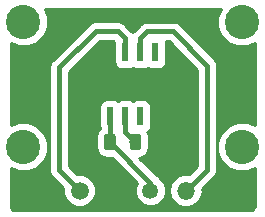
<source format=gtl>
G04 #@! TF.GenerationSoftware,KiCad,Pcbnew,(5.0.0)*
G04 #@! TF.CreationDate,2019-01-14T07:55:56+00:00*
G04 #@! TF.ProjectId,AS5600_I2C_v1,4153353630305F4932435F76312E6B69,rev?*
G04 #@! TF.SameCoordinates,Original*
G04 #@! TF.FileFunction,Copper,L1,Top,Signal*
G04 #@! TF.FilePolarity,Positive*
%FSLAX46Y46*%
G04 Gerber Fmt 4.6, Leading zero omitted, Abs format (unit mm)*
G04 Created by KiCad (PCBNEW (5.0.0)) date 01/14/19 07:55:56*
%MOMM*%
%LPD*%
G01*
G04 APERTURE LIST*
G04 #@! TA.AperFunction,Conductor*
%ADD10C,0.100000*%
G04 #@! TD*
G04 #@! TA.AperFunction,SMDPad,CuDef*
%ADD11C,0.975000*%
G04 #@! TD*
G04 #@! TA.AperFunction,SMDPad,CuDef*
%ADD12R,0.600000X1.550000*%
G04 #@! TD*
G04 #@! TA.AperFunction,WasherPad*
%ADD13C,2.900000*%
G04 #@! TD*
G04 #@! TA.AperFunction,ComponentPad*
%ADD14O,1.500000X1.500000*%
G04 #@! TD*
G04 #@! TA.AperFunction,ComponentPad*
%ADD15C,1.350000*%
G04 #@! TD*
G04 #@! TA.AperFunction,ComponentPad*
%ADD16R,1.500000X1.500000*%
G04 #@! TD*
G04 #@! TA.AperFunction,ComponentPad*
%ADD17C,1.500000*%
G04 #@! TD*
G04 #@! TA.AperFunction,Conductor*
%ADD18C,0.400000*%
G04 #@! TD*
G04 #@! TA.AperFunction,Conductor*
%ADD19C,0.254000*%
G04 #@! TD*
G04 APERTURE END LIST*
D10*
G04 #@! TO.N,+5V*
G04 #@! TO.C,C1*
G36*
X166805142Y-79801174D02*
X166828803Y-79804684D01*
X166852007Y-79810496D01*
X166874529Y-79818554D01*
X166896153Y-79828782D01*
X166916670Y-79841079D01*
X166935883Y-79855329D01*
X166953607Y-79871393D01*
X166969671Y-79889117D01*
X166983921Y-79908330D01*
X166996218Y-79928847D01*
X167006446Y-79950471D01*
X167014504Y-79972993D01*
X167020316Y-79996197D01*
X167023826Y-80019858D01*
X167025000Y-80043750D01*
X167025000Y-80956250D01*
X167023826Y-80980142D01*
X167020316Y-81003803D01*
X167014504Y-81027007D01*
X167006446Y-81049529D01*
X166996218Y-81071153D01*
X166983921Y-81091670D01*
X166969671Y-81110883D01*
X166953607Y-81128607D01*
X166935883Y-81144671D01*
X166916670Y-81158921D01*
X166896153Y-81171218D01*
X166874529Y-81181446D01*
X166852007Y-81189504D01*
X166828803Y-81195316D01*
X166805142Y-81198826D01*
X166781250Y-81200000D01*
X166293750Y-81200000D01*
X166269858Y-81198826D01*
X166246197Y-81195316D01*
X166222993Y-81189504D01*
X166200471Y-81181446D01*
X166178847Y-81171218D01*
X166158330Y-81158921D01*
X166139117Y-81144671D01*
X166121393Y-81128607D01*
X166105329Y-81110883D01*
X166091079Y-81091670D01*
X166078782Y-81071153D01*
X166068554Y-81049529D01*
X166060496Y-81027007D01*
X166054684Y-81003803D01*
X166051174Y-80980142D01*
X166050000Y-80956250D01*
X166050000Y-80043750D01*
X166051174Y-80019858D01*
X166054684Y-79996197D01*
X166060496Y-79972993D01*
X166068554Y-79950471D01*
X166078782Y-79928847D01*
X166091079Y-79908330D01*
X166105329Y-79889117D01*
X166121393Y-79871393D01*
X166139117Y-79855329D01*
X166158330Y-79841079D01*
X166178847Y-79828782D01*
X166200471Y-79818554D01*
X166222993Y-79810496D01*
X166246197Y-79804684D01*
X166269858Y-79801174D01*
X166293750Y-79800000D01*
X166781250Y-79800000D01*
X166805142Y-79801174D01*
X166805142Y-79801174D01*
G37*
D11*
G04 #@! TD*
G04 #@! TO.P,C1,1*
G04 #@! TO.N,+5V*
X166537500Y-80500000D03*
D10*
G04 #@! TO.N,GND*
G04 #@! TO.C,C1*
G36*
X164930142Y-79801174D02*
X164953803Y-79804684D01*
X164977007Y-79810496D01*
X164999529Y-79818554D01*
X165021153Y-79828782D01*
X165041670Y-79841079D01*
X165060883Y-79855329D01*
X165078607Y-79871393D01*
X165094671Y-79889117D01*
X165108921Y-79908330D01*
X165121218Y-79928847D01*
X165131446Y-79950471D01*
X165139504Y-79972993D01*
X165145316Y-79996197D01*
X165148826Y-80019858D01*
X165150000Y-80043750D01*
X165150000Y-80956250D01*
X165148826Y-80980142D01*
X165145316Y-81003803D01*
X165139504Y-81027007D01*
X165131446Y-81049529D01*
X165121218Y-81071153D01*
X165108921Y-81091670D01*
X165094671Y-81110883D01*
X165078607Y-81128607D01*
X165060883Y-81144671D01*
X165041670Y-81158921D01*
X165021153Y-81171218D01*
X164999529Y-81181446D01*
X164977007Y-81189504D01*
X164953803Y-81195316D01*
X164930142Y-81198826D01*
X164906250Y-81200000D01*
X164418750Y-81200000D01*
X164394858Y-81198826D01*
X164371197Y-81195316D01*
X164347993Y-81189504D01*
X164325471Y-81181446D01*
X164303847Y-81171218D01*
X164283330Y-81158921D01*
X164264117Y-81144671D01*
X164246393Y-81128607D01*
X164230329Y-81110883D01*
X164216079Y-81091670D01*
X164203782Y-81071153D01*
X164193554Y-81049529D01*
X164185496Y-81027007D01*
X164179684Y-81003803D01*
X164176174Y-80980142D01*
X164175000Y-80956250D01*
X164175000Y-80043750D01*
X164176174Y-80019858D01*
X164179684Y-79996197D01*
X164185496Y-79972993D01*
X164193554Y-79950471D01*
X164203782Y-79928847D01*
X164216079Y-79908330D01*
X164230329Y-79889117D01*
X164246393Y-79871393D01*
X164264117Y-79855329D01*
X164283330Y-79841079D01*
X164303847Y-79828782D01*
X164325471Y-79818554D01*
X164347993Y-79810496D01*
X164371197Y-79804684D01*
X164394858Y-79801174D01*
X164418750Y-79800000D01*
X164906250Y-79800000D01*
X164930142Y-79801174D01*
X164930142Y-79801174D01*
G37*
D11*
G04 #@! TD*
G04 #@! TO.P,C1,2*
G04 #@! TO.N,GND*
X164662500Y-80500000D03*
D10*
G04 #@! TO.N,Net-(C2-Pad1)*
G04 #@! TO.C,C2*
G36*
X168967642Y-79801174D02*
X168991303Y-79804684D01*
X169014507Y-79810496D01*
X169037029Y-79818554D01*
X169058653Y-79828782D01*
X169079170Y-79841079D01*
X169098383Y-79855329D01*
X169116107Y-79871393D01*
X169132171Y-79889117D01*
X169146421Y-79908330D01*
X169158718Y-79928847D01*
X169168946Y-79950471D01*
X169177004Y-79972993D01*
X169182816Y-79996197D01*
X169186326Y-80019858D01*
X169187500Y-80043750D01*
X169187500Y-80956250D01*
X169186326Y-80980142D01*
X169182816Y-81003803D01*
X169177004Y-81027007D01*
X169168946Y-81049529D01*
X169158718Y-81071153D01*
X169146421Y-81091670D01*
X169132171Y-81110883D01*
X169116107Y-81128607D01*
X169098383Y-81144671D01*
X169079170Y-81158921D01*
X169058653Y-81171218D01*
X169037029Y-81181446D01*
X169014507Y-81189504D01*
X168991303Y-81195316D01*
X168967642Y-81198826D01*
X168943750Y-81200000D01*
X168456250Y-81200000D01*
X168432358Y-81198826D01*
X168408697Y-81195316D01*
X168385493Y-81189504D01*
X168362971Y-81181446D01*
X168341347Y-81171218D01*
X168320830Y-81158921D01*
X168301617Y-81144671D01*
X168283893Y-81128607D01*
X168267829Y-81110883D01*
X168253579Y-81091670D01*
X168241282Y-81071153D01*
X168231054Y-81049529D01*
X168222996Y-81027007D01*
X168217184Y-81003803D01*
X168213674Y-80980142D01*
X168212500Y-80956250D01*
X168212500Y-80043750D01*
X168213674Y-80019858D01*
X168217184Y-79996197D01*
X168222996Y-79972993D01*
X168231054Y-79950471D01*
X168241282Y-79928847D01*
X168253579Y-79908330D01*
X168267829Y-79889117D01*
X168283893Y-79871393D01*
X168301617Y-79855329D01*
X168320830Y-79841079D01*
X168341347Y-79828782D01*
X168362971Y-79818554D01*
X168385493Y-79810496D01*
X168408697Y-79804684D01*
X168432358Y-79801174D01*
X168456250Y-79800000D01*
X168943750Y-79800000D01*
X168967642Y-79801174D01*
X168967642Y-79801174D01*
G37*
D11*
G04 #@! TD*
G04 #@! TO.P,C2,1*
G04 #@! TO.N,Net-(C2-Pad1)*
X168700000Y-80500000D03*
D10*
G04 #@! TO.N,GND*
G04 #@! TO.C,C2*
G36*
X170842642Y-79801174D02*
X170866303Y-79804684D01*
X170889507Y-79810496D01*
X170912029Y-79818554D01*
X170933653Y-79828782D01*
X170954170Y-79841079D01*
X170973383Y-79855329D01*
X170991107Y-79871393D01*
X171007171Y-79889117D01*
X171021421Y-79908330D01*
X171033718Y-79928847D01*
X171043946Y-79950471D01*
X171052004Y-79972993D01*
X171057816Y-79996197D01*
X171061326Y-80019858D01*
X171062500Y-80043750D01*
X171062500Y-80956250D01*
X171061326Y-80980142D01*
X171057816Y-81003803D01*
X171052004Y-81027007D01*
X171043946Y-81049529D01*
X171033718Y-81071153D01*
X171021421Y-81091670D01*
X171007171Y-81110883D01*
X170991107Y-81128607D01*
X170973383Y-81144671D01*
X170954170Y-81158921D01*
X170933653Y-81171218D01*
X170912029Y-81181446D01*
X170889507Y-81189504D01*
X170866303Y-81195316D01*
X170842642Y-81198826D01*
X170818750Y-81200000D01*
X170331250Y-81200000D01*
X170307358Y-81198826D01*
X170283697Y-81195316D01*
X170260493Y-81189504D01*
X170237971Y-81181446D01*
X170216347Y-81171218D01*
X170195830Y-81158921D01*
X170176617Y-81144671D01*
X170158893Y-81128607D01*
X170142829Y-81110883D01*
X170128579Y-81091670D01*
X170116282Y-81071153D01*
X170106054Y-81049529D01*
X170097996Y-81027007D01*
X170092184Y-81003803D01*
X170088674Y-80980142D01*
X170087500Y-80956250D01*
X170087500Y-80043750D01*
X170088674Y-80019858D01*
X170092184Y-79996197D01*
X170097996Y-79972993D01*
X170106054Y-79950471D01*
X170116282Y-79928847D01*
X170128579Y-79908330D01*
X170142829Y-79889117D01*
X170158893Y-79871393D01*
X170176617Y-79855329D01*
X170195830Y-79841079D01*
X170216347Y-79828782D01*
X170237971Y-79818554D01*
X170260493Y-79810496D01*
X170283697Y-79804684D01*
X170307358Y-79801174D01*
X170331250Y-79800000D01*
X170818750Y-79800000D01*
X170842642Y-79801174D01*
X170842642Y-79801174D01*
G37*
D11*
G04 #@! TD*
G04 #@! TO.P,C2,2*
G04 #@! TO.N,GND*
X170575000Y-80500000D03*
D12*
G04 #@! TO.P,U1,8*
G04 #@! TO.N,GND*
X166575000Y-72922000D03*
G04 #@! TO.P,U1,7*
G04 #@! TO.N,SCL*
X167845000Y-72922000D03*
G04 #@! TO.P,U1,6*
G04 #@! TO.N,SDA*
X169115000Y-72922000D03*
G04 #@! TO.P,U1,5*
G04 #@! TO.N,Net-(U1-Pad5)*
X170385000Y-72922000D03*
G04 #@! TO.P,U1,4*
G04 #@! TO.N,GND*
X170385000Y-78322000D03*
G04 #@! TO.P,U1,3*
G04 #@! TO.N,Net-(U1-Pad3)*
X169115000Y-78322000D03*
G04 #@! TO.P,U1,2*
G04 #@! TO.N,Net-(C2-Pad1)*
X167845000Y-78322000D03*
G04 #@! TO.P,U1,1*
G04 #@! TO.N,+5V*
X166575000Y-78322000D03*
G04 #@! TD*
D13*
G04 #@! TO.P,2.5mm ,*
G04 #@! TO.N,*
X177730000Y-70330000D03*
G04 #@! TD*
G04 #@! TO.P,2.5mm ,*
G04 #@! TO.N,*
X159230000Y-70330000D03*
G04 #@! TD*
G04 #@! TO.P,2.5mm ,*
G04 #@! TO.N,*
X159230000Y-80915000D03*
G04 #@! TD*
G04 #@! TO.P,2.5mm ,*
G04 #@! TO.N,*
X177730000Y-80915000D03*
G04 #@! TD*
D14*
G04 #@! TO.P,J1,4*
G04 #@! TO.N,SDA*
X172980000Y-84622000D03*
D15*
G04 #@! TO.P,J1,3*
G04 #@! TO.N,+5V*
X169980000Y-84622000D03*
D16*
G04 #@! TO.P,J1,2*
G04 #@! TO.N,GND*
X166980000Y-84622000D03*
D17*
G04 #@! TO.P,J1,1*
G04 #@! TO.N,SCL*
X163980000Y-84622000D03*
G04 #@! TD*
D18*
G04 #@! TO.N,+5V*
X169980000Y-83942500D02*
X169980000Y-84622000D01*
X166575000Y-80462500D02*
X166537500Y-80500000D01*
X166537500Y-80500000D02*
X166600000Y-80500000D01*
X166575000Y-78322000D02*
X166575000Y-80462500D01*
X166537500Y-80500000D02*
X169980000Y-83942500D01*
G04 #@! TO.N,Net-(C2-Pad1)*
X168700000Y-80500000D02*
X167845000Y-79645000D01*
X167845000Y-79645000D02*
X167845000Y-78322000D01*
G04 #@! TO.N,SDA*
X169115000Y-71747000D02*
X169115000Y-72922000D01*
X173028000Y-84622000D02*
X174800000Y-82850000D01*
X172980000Y-84622000D02*
X173028000Y-84622000D01*
X174800000Y-82850000D02*
X174800000Y-74050000D01*
X174800000Y-74050000D02*
X171900000Y-71150000D01*
X171900000Y-71150000D02*
X169712000Y-71150000D01*
X169712000Y-71150000D02*
X169115000Y-71747000D01*
G04 #@! TO.N,SCL*
X167845000Y-71747000D02*
X167845000Y-72922000D01*
X167198000Y-71100000D02*
X167845000Y-71747000D01*
X165350000Y-71100000D02*
X167198000Y-71100000D01*
X162250000Y-74200000D02*
X165350000Y-71100000D01*
X163980000Y-84622000D02*
X162250000Y-82892000D01*
X162250000Y-82892000D02*
X162250000Y-74200000D01*
G04 #@! TD*
D19*
G04 #@! TO.N,GND*
G36*
X175645000Y-69915268D02*
X175645000Y-70744732D01*
X175962422Y-71511058D01*
X176548942Y-72097578D01*
X177315268Y-72415000D01*
X178144732Y-72415000D01*
X178795001Y-72145650D01*
X178795000Y-79099349D01*
X178144732Y-78830000D01*
X177315268Y-78830000D01*
X176548942Y-79147422D01*
X175962422Y-79733942D01*
X175645000Y-80500268D01*
X175645000Y-81329732D01*
X175962422Y-82096058D01*
X176548942Y-82682578D01*
X177315268Y-83000000D01*
X178144732Y-83000000D01*
X178795000Y-82730651D01*
X178795000Y-85912534D01*
X178758624Y-86095410D01*
X178693250Y-86193249D01*
X178595409Y-86258624D01*
X178412534Y-86295000D01*
X158547466Y-86295000D01*
X158364590Y-86258624D01*
X158266751Y-86193250D01*
X158201376Y-86095409D01*
X158165000Y-85912534D01*
X158165000Y-82730651D01*
X158815268Y-83000000D01*
X159644732Y-83000000D01*
X160411058Y-82682578D01*
X160997578Y-82096058D01*
X161315000Y-81329732D01*
X161315000Y-80500268D01*
X160997578Y-79733942D01*
X160411058Y-79147422D01*
X159644732Y-78830000D01*
X158815268Y-78830000D01*
X158165000Y-79099349D01*
X158165000Y-74200000D01*
X161398643Y-74200000D01*
X161415001Y-74282238D01*
X161415000Y-82809767D01*
X161398643Y-82892000D01*
X161415000Y-82974233D01*
X161415000Y-82974236D01*
X161463448Y-83217800D01*
X161647999Y-83494001D01*
X161717720Y-83540587D01*
X162595000Y-84417868D01*
X162595000Y-84897494D01*
X162805853Y-85406540D01*
X163195460Y-85796147D01*
X163704506Y-86007000D01*
X164255494Y-86007000D01*
X164764540Y-85796147D01*
X165154147Y-85406540D01*
X165365000Y-84897494D01*
X165365000Y-84346506D01*
X165154147Y-83837460D01*
X164764540Y-83447853D01*
X164255494Y-83237000D01*
X163775868Y-83237000D01*
X163085000Y-82546133D01*
X163085000Y-80043750D01*
X165402560Y-80043750D01*
X165402560Y-80956250D01*
X165470398Y-81297294D01*
X165663584Y-81586416D01*
X165952706Y-81779602D01*
X166293750Y-81847440D01*
X166704073Y-81847440D01*
X168830522Y-83973890D01*
X168670000Y-84361425D01*
X168670000Y-84882575D01*
X168869436Y-85364055D01*
X169237945Y-85732564D01*
X169719425Y-85932000D01*
X170240575Y-85932000D01*
X170722055Y-85732564D01*
X171090564Y-85364055D01*
X171290000Y-84882575D01*
X171290000Y-84361425D01*
X171090564Y-83879945D01*
X170722055Y-83511436D01*
X170686330Y-83496638D01*
X170582001Y-83340499D01*
X170512283Y-83293915D01*
X169045557Y-81827189D01*
X169284794Y-81779602D01*
X169573916Y-81586416D01*
X169767102Y-81297294D01*
X169834940Y-80956250D01*
X169834940Y-80043750D01*
X169767102Y-79702706D01*
X169731410Y-79649289D01*
X169872809Y-79554809D01*
X170013157Y-79344765D01*
X170062440Y-79097000D01*
X170062440Y-77547000D01*
X170013157Y-77299235D01*
X169872809Y-77089191D01*
X169662765Y-76948843D01*
X169415000Y-76899560D01*
X168815000Y-76899560D01*
X168567235Y-76948843D01*
X168480000Y-77007132D01*
X168392765Y-76948843D01*
X168145000Y-76899560D01*
X167545000Y-76899560D01*
X167297235Y-76948843D01*
X167210000Y-77007132D01*
X167122765Y-76948843D01*
X166875000Y-76899560D01*
X166275000Y-76899560D01*
X166027235Y-76948843D01*
X165817191Y-77089191D01*
X165676843Y-77299235D01*
X165627560Y-77547000D01*
X165627560Y-79097000D01*
X165676843Y-79344765D01*
X165704541Y-79386217D01*
X165663584Y-79413584D01*
X165470398Y-79702706D01*
X165402560Y-80043750D01*
X163085000Y-80043750D01*
X163085000Y-74545867D01*
X165695868Y-71935000D01*
X166852133Y-71935000D01*
X166925196Y-72008063D01*
X166897560Y-72147000D01*
X166897560Y-73697000D01*
X166946843Y-73944765D01*
X167087191Y-74154809D01*
X167297235Y-74295157D01*
X167545000Y-74344440D01*
X168145000Y-74344440D01*
X168392765Y-74295157D01*
X168480000Y-74236868D01*
X168567235Y-74295157D01*
X168815000Y-74344440D01*
X169415000Y-74344440D01*
X169662765Y-74295157D01*
X169750000Y-74236868D01*
X169837235Y-74295157D01*
X170085000Y-74344440D01*
X170685000Y-74344440D01*
X170932765Y-74295157D01*
X171142809Y-74154809D01*
X171283157Y-73944765D01*
X171332440Y-73697000D01*
X171332440Y-72147000D01*
X171300217Y-71985000D01*
X171554133Y-71985000D01*
X173965001Y-74395870D01*
X173965000Y-82504131D01*
X173212932Y-83256200D01*
X173116407Y-83237000D01*
X172843593Y-83237000D01*
X172439600Y-83317359D01*
X171981471Y-83623471D01*
X171675359Y-84081600D01*
X171567867Y-84622000D01*
X171675359Y-85162400D01*
X171981471Y-85620529D01*
X172439600Y-85926641D01*
X172843593Y-86007000D01*
X173116407Y-86007000D01*
X173520400Y-85926641D01*
X173978529Y-85620529D01*
X174284641Y-85162400D01*
X174392133Y-84622000D01*
X174361727Y-84469140D01*
X175332286Y-83498583D01*
X175402001Y-83452001D01*
X175558489Y-83217801D01*
X175586552Y-83175801D01*
X175621521Y-83000000D01*
X175635000Y-82932237D01*
X175635000Y-82932234D01*
X175651357Y-82850001D01*
X175635000Y-82767768D01*
X175635000Y-74132232D01*
X175651357Y-74049999D01*
X175635000Y-73967766D01*
X175635000Y-73967763D01*
X175586552Y-73724199D01*
X175402001Y-73447999D01*
X175332285Y-73401417D01*
X172548587Y-70617720D01*
X172502001Y-70547999D01*
X172225801Y-70363448D01*
X171982237Y-70315000D01*
X171982233Y-70315000D01*
X171900000Y-70298643D01*
X171817767Y-70315000D01*
X169794231Y-70315000D01*
X169711999Y-70298643D01*
X169629767Y-70315000D01*
X169629763Y-70315000D01*
X169386199Y-70363448D01*
X169254546Y-70451416D01*
X169184828Y-70498000D01*
X169109999Y-70547999D01*
X169063416Y-70617715D01*
X168582719Y-71098413D01*
X168512999Y-71144999D01*
X168480000Y-71194386D01*
X168447001Y-71144999D01*
X168377283Y-71098415D01*
X167846587Y-70567720D01*
X167800001Y-70497999D01*
X167523801Y-70313448D01*
X167280237Y-70265000D01*
X167280233Y-70265000D01*
X167198000Y-70248643D01*
X167115767Y-70265000D01*
X165432232Y-70265000D01*
X165349999Y-70248643D01*
X165267766Y-70265000D01*
X165267763Y-70265000D01*
X165024199Y-70313448D01*
X164747999Y-70497999D01*
X164701415Y-70567717D01*
X161717718Y-73551415D01*
X161648000Y-73597999D01*
X161601416Y-73667717D01*
X161463448Y-73874200D01*
X161398643Y-74200000D01*
X158165000Y-74200000D01*
X158165000Y-72145651D01*
X158815268Y-72415000D01*
X159644732Y-72415000D01*
X160411058Y-72097578D01*
X160997578Y-71511058D01*
X161315000Y-70744732D01*
X161315000Y-69915268D01*
X161045651Y-69265000D01*
X175914349Y-69265000D01*
X175645000Y-69915268D01*
X175645000Y-69915268D01*
G37*
X175645000Y-69915268D02*
X175645000Y-70744732D01*
X175962422Y-71511058D01*
X176548942Y-72097578D01*
X177315268Y-72415000D01*
X178144732Y-72415000D01*
X178795001Y-72145650D01*
X178795000Y-79099349D01*
X178144732Y-78830000D01*
X177315268Y-78830000D01*
X176548942Y-79147422D01*
X175962422Y-79733942D01*
X175645000Y-80500268D01*
X175645000Y-81329732D01*
X175962422Y-82096058D01*
X176548942Y-82682578D01*
X177315268Y-83000000D01*
X178144732Y-83000000D01*
X178795000Y-82730651D01*
X178795000Y-85912534D01*
X178758624Y-86095410D01*
X178693250Y-86193249D01*
X178595409Y-86258624D01*
X178412534Y-86295000D01*
X158547466Y-86295000D01*
X158364590Y-86258624D01*
X158266751Y-86193250D01*
X158201376Y-86095409D01*
X158165000Y-85912534D01*
X158165000Y-82730651D01*
X158815268Y-83000000D01*
X159644732Y-83000000D01*
X160411058Y-82682578D01*
X160997578Y-82096058D01*
X161315000Y-81329732D01*
X161315000Y-80500268D01*
X160997578Y-79733942D01*
X160411058Y-79147422D01*
X159644732Y-78830000D01*
X158815268Y-78830000D01*
X158165000Y-79099349D01*
X158165000Y-74200000D01*
X161398643Y-74200000D01*
X161415001Y-74282238D01*
X161415000Y-82809767D01*
X161398643Y-82892000D01*
X161415000Y-82974233D01*
X161415000Y-82974236D01*
X161463448Y-83217800D01*
X161647999Y-83494001D01*
X161717720Y-83540587D01*
X162595000Y-84417868D01*
X162595000Y-84897494D01*
X162805853Y-85406540D01*
X163195460Y-85796147D01*
X163704506Y-86007000D01*
X164255494Y-86007000D01*
X164764540Y-85796147D01*
X165154147Y-85406540D01*
X165365000Y-84897494D01*
X165365000Y-84346506D01*
X165154147Y-83837460D01*
X164764540Y-83447853D01*
X164255494Y-83237000D01*
X163775868Y-83237000D01*
X163085000Y-82546133D01*
X163085000Y-80043750D01*
X165402560Y-80043750D01*
X165402560Y-80956250D01*
X165470398Y-81297294D01*
X165663584Y-81586416D01*
X165952706Y-81779602D01*
X166293750Y-81847440D01*
X166704073Y-81847440D01*
X168830522Y-83973890D01*
X168670000Y-84361425D01*
X168670000Y-84882575D01*
X168869436Y-85364055D01*
X169237945Y-85732564D01*
X169719425Y-85932000D01*
X170240575Y-85932000D01*
X170722055Y-85732564D01*
X171090564Y-85364055D01*
X171290000Y-84882575D01*
X171290000Y-84361425D01*
X171090564Y-83879945D01*
X170722055Y-83511436D01*
X170686330Y-83496638D01*
X170582001Y-83340499D01*
X170512283Y-83293915D01*
X169045557Y-81827189D01*
X169284794Y-81779602D01*
X169573916Y-81586416D01*
X169767102Y-81297294D01*
X169834940Y-80956250D01*
X169834940Y-80043750D01*
X169767102Y-79702706D01*
X169731410Y-79649289D01*
X169872809Y-79554809D01*
X170013157Y-79344765D01*
X170062440Y-79097000D01*
X170062440Y-77547000D01*
X170013157Y-77299235D01*
X169872809Y-77089191D01*
X169662765Y-76948843D01*
X169415000Y-76899560D01*
X168815000Y-76899560D01*
X168567235Y-76948843D01*
X168480000Y-77007132D01*
X168392765Y-76948843D01*
X168145000Y-76899560D01*
X167545000Y-76899560D01*
X167297235Y-76948843D01*
X167210000Y-77007132D01*
X167122765Y-76948843D01*
X166875000Y-76899560D01*
X166275000Y-76899560D01*
X166027235Y-76948843D01*
X165817191Y-77089191D01*
X165676843Y-77299235D01*
X165627560Y-77547000D01*
X165627560Y-79097000D01*
X165676843Y-79344765D01*
X165704541Y-79386217D01*
X165663584Y-79413584D01*
X165470398Y-79702706D01*
X165402560Y-80043750D01*
X163085000Y-80043750D01*
X163085000Y-74545867D01*
X165695868Y-71935000D01*
X166852133Y-71935000D01*
X166925196Y-72008063D01*
X166897560Y-72147000D01*
X166897560Y-73697000D01*
X166946843Y-73944765D01*
X167087191Y-74154809D01*
X167297235Y-74295157D01*
X167545000Y-74344440D01*
X168145000Y-74344440D01*
X168392765Y-74295157D01*
X168480000Y-74236868D01*
X168567235Y-74295157D01*
X168815000Y-74344440D01*
X169415000Y-74344440D01*
X169662765Y-74295157D01*
X169750000Y-74236868D01*
X169837235Y-74295157D01*
X170085000Y-74344440D01*
X170685000Y-74344440D01*
X170932765Y-74295157D01*
X171142809Y-74154809D01*
X171283157Y-73944765D01*
X171332440Y-73697000D01*
X171332440Y-72147000D01*
X171300217Y-71985000D01*
X171554133Y-71985000D01*
X173965001Y-74395870D01*
X173965000Y-82504131D01*
X173212932Y-83256200D01*
X173116407Y-83237000D01*
X172843593Y-83237000D01*
X172439600Y-83317359D01*
X171981471Y-83623471D01*
X171675359Y-84081600D01*
X171567867Y-84622000D01*
X171675359Y-85162400D01*
X171981471Y-85620529D01*
X172439600Y-85926641D01*
X172843593Y-86007000D01*
X173116407Y-86007000D01*
X173520400Y-85926641D01*
X173978529Y-85620529D01*
X174284641Y-85162400D01*
X174392133Y-84622000D01*
X174361727Y-84469140D01*
X175332286Y-83498583D01*
X175402001Y-83452001D01*
X175558489Y-83217801D01*
X175586552Y-83175801D01*
X175621521Y-83000000D01*
X175635000Y-82932237D01*
X175635000Y-82932234D01*
X175651357Y-82850001D01*
X175635000Y-82767768D01*
X175635000Y-74132232D01*
X175651357Y-74049999D01*
X175635000Y-73967766D01*
X175635000Y-73967763D01*
X175586552Y-73724199D01*
X175402001Y-73447999D01*
X175332285Y-73401417D01*
X172548587Y-70617720D01*
X172502001Y-70547999D01*
X172225801Y-70363448D01*
X171982237Y-70315000D01*
X171982233Y-70315000D01*
X171900000Y-70298643D01*
X171817767Y-70315000D01*
X169794231Y-70315000D01*
X169711999Y-70298643D01*
X169629767Y-70315000D01*
X169629763Y-70315000D01*
X169386199Y-70363448D01*
X169254546Y-70451416D01*
X169184828Y-70498000D01*
X169109999Y-70547999D01*
X169063416Y-70617715D01*
X168582719Y-71098413D01*
X168512999Y-71144999D01*
X168480000Y-71194386D01*
X168447001Y-71144999D01*
X168377283Y-71098415D01*
X167846587Y-70567720D01*
X167800001Y-70497999D01*
X167523801Y-70313448D01*
X167280237Y-70265000D01*
X167280233Y-70265000D01*
X167198000Y-70248643D01*
X167115767Y-70265000D01*
X165432232Y-70265000D01*
X165349999Y-70248643D01*
X165267766Y-70265000D01*
X165267763Y-70265000D01*
X165024199Y-70313448D01*
X164747999Y-70497999D01*
X164701415Y-70567717D01*
X161717718Y-73551415D01*
X161648000Y-73597999D01*
X161601416Y-73667717D01*
X161463448Y-73874200D01*
X161398643Y-74200000D01*
X158165000Y-74200000D01*
X158165000Y-72145651D01*
X158815268Y-72415000D01*
X159644732Y-72415000D01*
X160411058Y-72097578D01*
X160997578Y-71511058D01*
X161315000Y-70744732D01*
X161315000Y-69915268D01*
X161045651Y-69265000D01*
X175914349Y-69265000D01*
X175645000Y-69915268D01*
G04 #@! TD*
M02*

</source>
